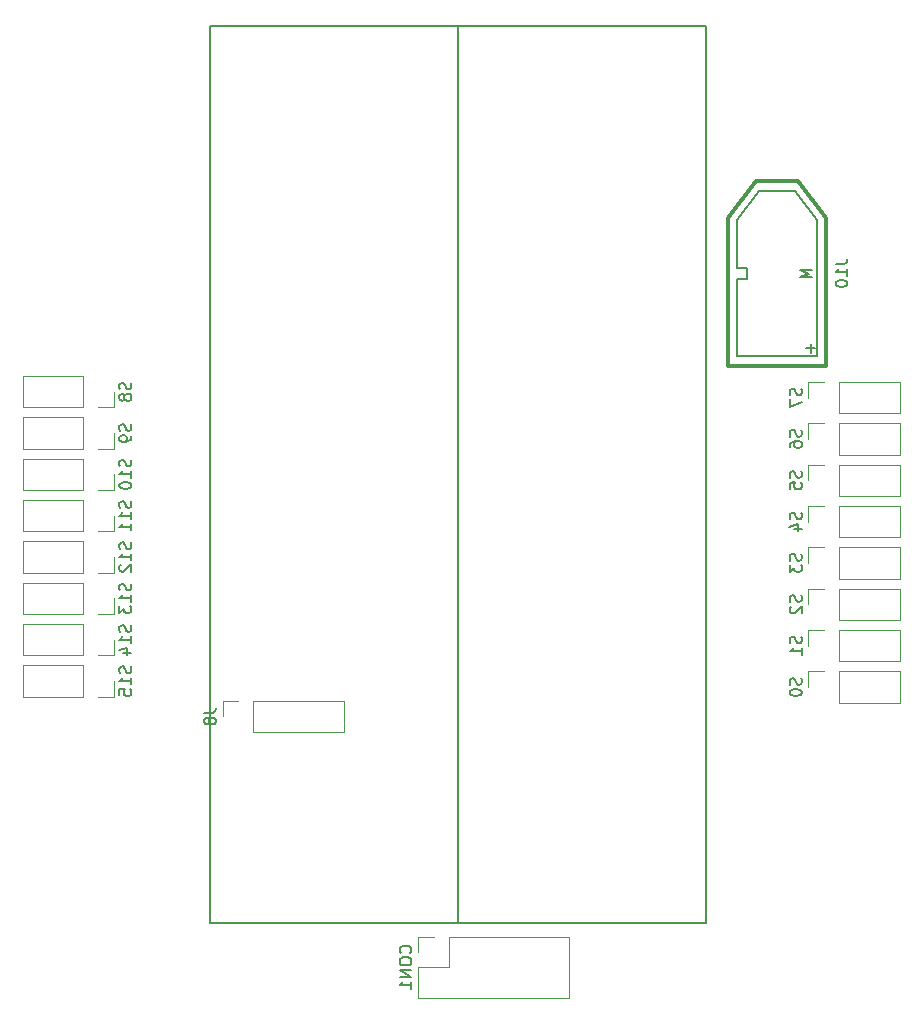
<source format=gbo>
G04 #@! TF.FileFunction,Legend,Bot*
%FSLAX46Y46*%
G04 Gerber Fmt 4.6, Leading zero omitted, Abs format (unit mm)*
G04 Created by KiCad (PCBNEW 4.0.7) date 02/07/18 14:45:59*
%MOMM*%
%LPD*%
G01*
G04 APERTURE LIST*
%ADD10C,0.100000*%
%ADD11C,0.200000*%
%ADD12C,0.120000*%
%ADD13C,0.300000*%
%ADD14C,0.150000*%
G04 APERTURE END LIST*
D10*
D11*
X179000000Y-96000000D02*
X179000000Y-20000000D01*
X221000000Y-96000000D02*
X179000000Y-96000000D01*
X200000000Y-20000000D02*
X200000000Y-96000000D01*
X221000000Y-20000000D02*
X221000000Y-96000000D01*
X179000000Y-20000000D02*
X221000000Y-20000000D01*
D12*
X163130000Y-76830000D02*
X163130000Y-74170000D01*
X168270000Y-76830000D02*
X163130000Y-76830000D01*
X168270000Y-74170000D02*
X163130000Y-74170000D01*
X168270000Y-76830000D02*
X168270000Y-74170000D01*
X169540000Y-76830000D02*
X170870000Y-76830000D01*
X170870000Y-76830000D02*
X170870000Y-75500000D01*
X190330000Y-77170000D02*
X190330000Y-79830000D01*
X182650000Y-77170000D02*
X190330000Y-77170000D01*
X182650000Y-79830000D02*
X190330000Y-79830000D01*
X182650000Y-77170000D02*
X182650000Y-79830000D01*
X181380000Y-77170000D02*
X180050000Y-77170000D01*
X180050000Y-77170000D02*
X180050000Y-78500000D01*
X209410000Y-97130000D02*
X209410000Y-102330000D01*
X199190000Y-97130000D02*
X209410000Y-97130000D01*
X196590000Y-102330000D02*
X209410000Y-102330000D01*
X199190000Y-97130000D02*
X199190000Y-99730000D01*
X199190000Y-99730000D02*
X196590000Y-99730000D01*
X196590000Y-99730000D02*
X196590000Y-102330000D01*
X197920000Y-97130000D02*
X196590000Y-97130000D01*
X196590000Y-97130000D02*
X196590000Y-98460000D01*
X237370000Y-60670000D02*
X237370000Y-63330000D01*
X232230000Y-60670000D02*
X237370000Y-60670000D01*
X232230000Y-63330000D02*
X237370000Y-63330000D01*
X232230000Y-60670000D02*
X232230000Y-63330000D01*
X230960000Y-60670000D02*
X229630000Y-60670000D01*
X229630000Y-60670000D02*
X229630000Y-62000000D01*
X237370000Y-67670000D02*
X237370000Y-70330000D01*
X232230000Y-67670000D02*
X237370000Y-67670000D01*
X232230000Y-70330000D02*
X237370000Y-70330000D01*
X232230000Y-67670000D02*
X232230000Y-70330000D01*
X230960000Y-67670000D02*
X229630000Y-67670000D01*
X229630000Y-67670000D02*
X229630000Y-69000000D01*
X237370000Y-64170000D02*
X237370000Y-66830000D01*
X232230000Y-64170000D02*
X237370000Y-64170000D01*
X232230000Y-66830000D02*
X237370000Y-66830000D01*
X232230000Y-64170000D02*
X232230000Y-66830000D01*
X230960000Y-64170000D02*
X229630000Y-64170000D01*
X229630000Y-64170000D02*
X229630000Y-65500000D01*
X237370000Y-71170000D02*
X237370000Y-73830000D01*
X232230000Y-71170000D02*
X237370000Y-71170000D01*
X232230000Y-73830000D02*
X237370000Y-73830000D01*
X232230000Y-71170000D02*
X232230000Y-73830000D01*
X230960000Y-71170000D02*
X229630000Y-71170000D01*
X229630000Y-71170000D02*
X229630000Y-72500000D01*
X237370000Y-57170000D02*
X237370000Y-59830000D01*
X232230000Y-57170000D02*
X237370000Y-57170000D01*
X232230000Y-59830000D02*
X237370000Y-59830000D01*
X232230000Y-57170000D02*
X232230000Y-59830000D01*
X230960000Y-57170000D02*
X229630000Y-57170000D01*
X229630000Y-57170000D02*
X229630000Y-58500000D01*
X237370000Y-74670000D02*
X237370000Y-77330000D01*
X232230000Y-74670000D02*
X237370000Y-74670000D01*
X232230000Y-77330000D02*
X237370000Y-77330000D01*
X232230000Y-74670000D02*
X232230000Y-77330000D01*
X230960000Y-74670000D02*
X229630000Y-74670000D01*
X229630000Y-74670000D02*
X229630000Y-76000000D01*
X237370000Y-53670000D02*
X237370000Y-56330000D01*
X232230000Y-53670000D02*
X237370000Y-53670000D01*
X232230000Y-56330000D02*
X237370000Y-56330000D01*
X232230000Y-53670000D02*
X232230000Y-56330000D01*
X230960000Y-53670000D02*
X229630000Y-53670000D01*
X229630000Y-53670000D02*
X229630000Y-55000000D01*
X237370000Y-50170000D02*
X237370000Y-52830000D01*
X232230000Y-50170000D02*
X237370000Y-50170000D01*
X232230000Y-52830000D02*
X237370000Y-52830000D01*
X232230000Y-50170000D02*
X232230000Y-52830000D01*
X230960000Y-50170000D02*
X229630000Y-50170000D01*
X229630000Y-50170000D02*
X229630000Y-51500000D01*
X163130000Y-73330000D02*
X163130000Y-70670000D01*
X168270000Y-73330000D02*
X163130000Y-73330000D01*
X168270000Y-70670000D02*
X163130000Y-70670000D01*
X168270000Y-73330000D02*
X168270000Y-70670000D01*
X169540000Y-73330000D02*
X170870000Y-73330000D01*
X170870000Y-73330000D02*
X170870000Y-72000000D01*
X163130000Y-69830000D02*
X163130000Y-67170000D01*
X168270000Y-69830000D02*
X163130000Y-69830000D01*
X168270000Y-67170000D02*
X163130000Y-67170000D01*
X168270000Y-69830000D02*
X168270000Y-67170000D01*
X169540000Y-69830000D02*
X170870000Y-69830000D01*
X170870000Y-69830000D02*
X170870000Y-68500000D01*
X163130000Y-66330000D02*
X163130000Y-63670000D01*
X168270000Y-66330000D02*
X163130000Y-66330000D01*
X168270000Y-63670000D02*
X163130000Y-63670000D01*
X168270000Y-66330000D02*
X168270000Y-63670000D01*
X169540000Y-66330000D02*
X170870000Y-66330000D01*
X170870000Y-66330000D02*
X170870000Y-65000000D01*
X163130000Y-62830000D02*
X163130000Y-60170000D01*
X168270000Y-62830000D02*
X163130000Y-62830000D01*
X168270000Y-60170000D02*
X163130000Y-60170000D01*
X168270000Y-62830000D02*
X168270000Y-60170000D01*
X169540000Y-62830000D02*
X170870000Y-62830000D01*
X170870000Y-62830000D02*
X170870000Y-61500000D01*
X163130000Y-59330000D02*
X163130000Y-56670000D01*
X168270000Y-59330000D02*
X163130000Y-59330000D01*
X168270000Y-56670000D02*
X163130000Y-56670000D01*
X168270000Y-59330000D02*
X168270000Y-56670000D01*
X169540000Y-59330000D02*
X170870000Y-59330000D01*
X170870000Y-59330000D02*
X170870000Y-58000000D01*
X163130000Y-55830000D02*
X163130000Y-53170000D01*
X168270000Y-55830000D02*
X163130000Y-55830000D01*
X168270000Y-53170000D02*
X163130000Y-53170000D01*
X168270000Y-55830000D02*
X168270000Y-53170000D01*
X169540000Y-55830000D02*
X170870000Y-55830000D01*
X170870000Y-55830000D02*
X170870000Y-54500000D01*
X163130000Y-52330000D02*
X163130000Y-49670000D01*
X168270000Y-52330000D02*
X163130000Y-52330000D01*
X168270000Y-49670000D02*
X163130000Y-49670000D01*
X168270000Y-52330000D02*
X168270000Y-49670000D01*
X169540000Y-52330000D02*
X170870000Y-52330000D01*
X170870000Y-52330000D02*
X170870000Y-51000000D01*
D11*
X223600000Y-40550000D02*
X223600000Y-36500000D01*
X224450000Y-41450000D02*
X223600000Y-41450000D01*
X224450000Y-40550000D02*
X223600000Y-40550000D01*
X224450000Y-41450000D02*
X224450000Y-40550000D01*
D13*
X231125000Y-48800000D02*
X231125000Y-36300000D01*
D11*
X230400000Y-48000000D02*
X230400000Y-36500000D01*
X228500000Y-34000000D02*
X225500000Y-34000000D01*
X230400000Y-36500000D02*
X228500000Y-34000000D01*
X223600000Y-36500000D02*
X225500000Y-34000000D01*
X223600000Y-48000000D02*
X223600000Y-41450000D01*
X230400000Y-48000000D02*
X223600000Y-48000000D01*
D13*
X222875000Y-36300000D02*
X225250000Y-33200000D01*
X228750000Y-33200000D02*
X225250000Y-33200000D01*
X231125000Y-36300000D02*
X228750000Y-33200000D01*
X231125000Y-48800000D02*
X222875000Y-48800000D01*
X222875000Y-48800000D02*
X222875000Y-36300000D01*
D14*
X172274762Y-74261905D02*
X172322381Y-74404762D01*
X172322381Y-74642858D01*
X172274762Y-74738096D01*
X172227143Y-74785715D01*
X172131905Y-74833334D01*
X172036667Y-74833334D01*
X171941429Y-74785715D01*
X171893810Y-74738096D01*
X171846190Y-74642858D01*
X171798571Y-74452381D01*
X171750952Y-74357143D01*
X171703333Y-74309524D01*
X171608095Y-74261905D01*
X171512857Y-74261905D01*
X171417619Y-74309524D01*
X171370000Y-74357143D01*
X171322381Y-74452381D01*
X171322381Y-74690477D01*
X171370000Y-74833334D01*
X172322381Y-75785715D02*
X172322381Y-75214286D01*
X172322381Y-75500000D02*
X171322381Y-75500000D01*
X171465238Y-75404762D01*
X171560476Y-75309524D01*
X171608095Y-75214286D01*
X171322381Y-76690477D02*
X171322381Y-76214286D01*
X171798571Y-76166667D01*
X171750952Y-76214286D01*
X171703333Y-76309524D01*
X171703333Y-76547620D01*
X171750952Y-76642858D01*
X171798571Y-76690477D01*
X171893810Y-76738096D01*
X172131905Y-76738096D01*
X172227143Y-76690477D01*
X172274762Y-76642858D01*
X172322381Y-76547620D01*
X172322381Y-76309524D01*
X172274762Y-76214286D01*
X172227143Y-76166667D01*
X178502381Y-78166667D02*
X179216667Y-78166667D01*
X179359524Y-78119047D01*
X179454762Y-78023809D01*
X179502381Y-77880952D01*
X179502381Y-77785714D01*
X178930952Y-78785714D02*
X178883333Y-78690476D01*
X178835714Y-78642857D01*
X178740476Y-78595238D01*
X178692857Y-78595238D01*
X178597619Y-78642857D01*
X178550000Y-78690476D01*
X178502381Y-78785714D01*
X178502381Y-78976191D01*
X178550000Y-79071429D01*
X178597619Y-79119048D01*
X178692857Y-79166667D01*
X178740476Y-79166667D01*
X178835714Y-79119048D01*
X178883333Y-79071429D01*
X178930952Y-78976191D01*
X178930952Y-78785714D01*
X178978571Y-78690476D01*
X179026190Y-78642857D01*
X179121429Y-78595238D01*
X179311905Y-78595238D01*
X179407143Y-78642857D01*
X179454762Y-78690476D01*
X179502381Y-78785714D01*
X179502381Y-78976191D01*
X179454762Y-79071429D01*
X179407143Y-79119048D01*
X179311905Y-79166667D01*
X179121429Y-79166667D01*
X179026190Y-79119048D01*
X178978571Y-79071429D01*
X178930952Y-78976191D01*
X195947143Y-98515715D02*
X195994762Y-98468096D01*
X196042381Y-98325239D01*
X196042381Y-98230001D01*
X195994762Y-98087143D01*
X195899524Y-97991905D01*
X195804286Y-97944286D01*
X195613810Y-97896667D01*
X195470952Y-97896667D01*
X195280476Y-97944286D01*
X195185238Y-97991905D01*
X195090000Y-98087143D01*
X195042381Y-98230001D01*
X195042381Y-98325239D01*
X195090000Y-98468096D01*
X195137619Y-98515715D01*
X195042381Y-99134762D02*
X195042381Y-99325239D01*
X195090000Y-99420477D01*
X195185238Y-99515715D01*
X195375714Y-99563334D01*
X195709048Y-99563334D01*
X195899524Y-99515715D01*
X195994762Y-99420477D01*
X196042381Y-99325239D01*
X196042381Y-99134762D01*
X195994762Y-99039524D01*
X195899524Y-98944286D01*
X195709048Y-98896667D01*
X195375714Y-98896667D01*
X195185238Y-98944286D01*
X195090000Y-99039524D01*
X195042381Y-99134762D01*
X196042381Y-99991905D02*
X195042381Y-99991905D01*
X196042381Y-100563334D01*
X195042381Y-100563334D01*
X196042381Y-101563334D02*
X196042381Y-100991905D01*
X196042381Y-101277619D02*
X195042381Y-101277619D01*
X195185238Y-101182381D01*
X195280476Y-101087143D01*
X195328095Y-100991905D01*
X229034762Y-61238095D02*
X229082381Y-61380952D01*
X229082381Y-61619048D01*
X229034762Y-61714286D01*
X228987143Y-61761905D01*
X228891905Y-61809524D01*
X228796667Y-61809524D01*
X228701429Y-61761905D01*
X228653810Y-61714286D01*
X228606190Y-61619048D01*
X228558571Y-61428571D01*
X228510952Y-61333333D01*
X228463333Y-61285714D01*
X228368095Y-61238095D01*
X228272857Y-61238095D01*
X228177619Y-61285714D01*
X228130000Y-61333333D01*
X228082381Y-61428571D01*
X228082381Y-61666667D01*
X228130000Y-61809524D01*
X228415714Y-62666667D02*
X229082381Y-62666667D01*
X228034762Y-62428571D02*
X228749048Y-62190476D01*
X228749048Y-62809524D01*
X229034762Y-68238095D02*
X229082381Y-68380952D01*
X229082381Y-68619048D01*
X229034762Y-68714286D01*
X228987143Y-68761905D01*
X228891905Y-68809524D01*
X228796667Y-68809524D01*
X228701429Y-68761905D01*
X228653810Y-68714286D01*
X228606190Y-68619048D01*
X228558571Y-68428571D01*
X228510952Y-68333333D01*
X228463333Y-68285714D01*
X228368095Y-68238095D01*
X228272857Y-68238095D01*
X228177619Y-68285714D01*
X228130000Y-68333333D01*
X228082381Y-68428571D01*
X228082381Y-68666667D01*
X228130000Y-68809524D01*
X228177619Y-69190476D02*
X228130000Y-69238095D01*
X228082381Y-69333333D01*
X228082381Y-69571429D01*
X228130000Y-69666667D01*
X228177619Y-69714286D01*
X228272857Y-69761905D01*
X228368095Y-69761905D01*
X228510952Y-69714286D01*
X229082381Y-69142857D01*
X229082381Y-69761905D01*
X229034762Y-64738095D02*
X229082381Y-64880952D01*
X229082381Y-65119048D01*
X229034762Y-65214286D01*
X228987143Y-65261905D01*
X228891905Y-65309524D01*
X228796667Y-65309524D01*
X228701429Y-65261905D01*
X228653810Y-65214286D01*
X228606190Y-65119048D01*
X228558571Y-64928571D01*
X228510952Y-64833333D01*
X228463333Y-64785714D01*
X228368095Y-64738095D01*
X228272857Y-64738095D01*
X228177619Y-64785714D01*
X228130000Y-64833333D01*
X228082381Y-64928571D01*
X228082381Y-65166667D01*
X228130000Y-65309524D01*
X228082381Y-65642857D02*
X228082381Y-66261905D01*
X228463333Y-65928571D01*
X228463333Y-66071429D01*
X228510952Y-66166667D01*
X228558571Y-66214286D01*
X228653810Y-66261905D01*
X228891905Y-66261905D01*
X228987143Y-66214286D01*
X229034762Y-66166667D01*
X229082381Y-66071429D01*
X229082381Y-65785714D01*
X229034762Y-65690476D01*
X228987143Y-65642857D01*
X229034762Y-71738095D02*
X229082381Y-71880952D01*
X229082381Y-72119048D01*
X229034762Y-72214286D01*
X228987143Y-72261905D01*
X228891905Y-72309524D01*
X228796667Y-72309524D01*
X228701429Y-72261905D01*
X228653810Y-72214286D01*
X228606190Y-72119048D01*
X228558571Y-71928571D01*
X228510952Y-71833333D01*
X228463333Y-71785714D01*
X228368095Y-71738095D01*
X228272857Y-71738095D01*
X228177619Y-71785714D01*
X228130000Y-71833333D01*
X228082381Y-71928571D01*
X228082381Y-72166667D01*
X228130000Y-72309524D01*
X229082381Y-73261905D02*
X229082381Y-72690476D01*
X229082381Y-72976190D02*
X228082381Y-72976190D01*
X228225238Y-72880952D01*
X228320476Y-72785714D01*
X228368095Y-72690476D01*
X229034762Y-57738095D02*
X229082381Y-57880952D01*
X229082381Y-58119048D01*
X229034762Y-58214286D01*
X228987143Y-58261905D01*
X228891905Y-58309524D01*
X228796667Y-58309524D01*
X228701429Y-58261905D01*
X228653810Y-58214286D01*
X228606190Y-58119048D01*
X228558571Y-57928571D01*
X228510952Y-57833333D01*
X228463333Y-57785714D01*
X228368095Y-57738095D01*
X228272857Y-57738095D01*
X228177619Y-57785714D01*
X228130000Y-57833333D01*
X228082381Y-57928571D01*
X228082381Y-58166667D01*
X228130000Y-58309524D01*
X228082381Y-59214286D02*
X228082381Y-58738095D01*
X228558571Y-58690476D01*
X228510952Y-58738095D01*
X228463333Y-58833333D01*
X228463333Y-59071429D01*
X228510952Y-59166667D01*
X228558571Y-59214286D01*
X228653810Y-59261905D01*
X228891905Y-59261905D01*
X228987143Y-59214286D01*
X229034762Y-59166667D01*
X229082381Y-59071429D01*
X229082381Y-58833333D01*
X229034762Y-58738095D01*
X228987143Y-58690476D01*
X229034762Y-75238095D02*
X229082381Y-75380952D01*
X229082381Y-75619048D01*
X229034762Y-75714286D01*
X228987143Y-75761905D01*
X228891905Y-75809524D01*
X228796667Y-75809524D01*
X228701429Y-75761905D01*
X228653810Y-75714286D01*
X228606190Y-75619048D01*
X228558571Y-75428571D01*
X228510952Y-75333333D01*
X228463333Y-75285714D01*
X228368095Y-75238095D01*
X228272857Y-75238095D01*
X228177619Y-75285714D01*
X228130000Y-75333333D01*
X228082381Y-75428571D01*
X228082381Y-75666667D01*
X228130000Y-75809524D01*
X228082381Y-76428571D02*
X228082381Y-76523810D01*
X228130000Y-76619048D01*
X228177619Y-76666667D01*
X228272857Y-76714286D01*
X228463333Y-76761905D01*
X228701429Y-76761905D01*
X228891905Y-76714286D01*
X228987143Y-76666667D01*
X229034762Y-76619048D01*
X229082381Y-76523810D01*
X229082381Y-76428571D01*
X229034762Y-76333333D01*
X228987143Y-76285714D01*
X228891905Y-76238095D01*
X228701429Y-76190476D01*
X228463333Y-76190476D01*
X228272857Y-76238095D01*
X228177619Y-76285714D01*
X228130000Y-76333333D01*
X228082381Y-76428571D01*
X229034762Y-54238095D02*
X229082381Y-54380952D01*
X229082381Y-54619048D01*
X229034762Y-54714286D01*
X228987143Y-54761905D01*
X228891905Y-54809524D01*
X228796667Y-54809524D01*
X228701429Y-54761905D01*
X228653810Y-54714286D01*
X228606190Y-54619048D01*
X228558571Y-54428571D01*
X228510952Y-54333333D01*
X228463333Y-54285714D01*
X228368095Y-54238095D01*
X228272857Y-54238095D01*
X228177619Y-54285714D01*
X228130000Y-54333333D01*
X228082381Y-54428571D01*
X228082381Y-54666667D01*
X228130000Y-54809524D01*
X228082381Y-55666667D02*
X228082381Y-55476190D01*
X228130000Y-55380952D01*
X228177619Y-55333333D01*
X228320476Y-55238095D01*
X228510952Y-55190476D01*
X228891905Y-55190476D01*
X228987143Y-55238095D01*
X229034762Y-55285714D01*
X229082381Y-55380952D01*
X229082381Y-55571429D01*
X229034762Y-55666667D01*
X228987143Y-55714286D01*
X228891905Y-55761905D01*
X228653810Y-55761905D01*
X228558571Y-55714286D01*
X228510952Y-55666667D01*
X228463333Y-55571429D01*
X228463333Y-55380952D01*
X228510952Y-55285714D01*
X228558571Y-55238095D01*
X228653810Y-55190476D01*
X229034762Y-50738095D02*
X229082381Y-50880952D01*
X229082381Y-51119048D01*
X229034762Y-51214286D01*
X228987143Y-51261905D01*
X228891905Y-51309524D01*
X228796667Y-51309524D01*
X228701429Y-51261905D01*
X228653810Y-51214286D01*
X228606190Y-51119048D01*
X228558571Y-50928571D01*
X228510952Y-50833333D01*
X228463333Y-50785714D01*
X228368095Y-50738095D01*
X228272857Y-50738095D01*
X228177619Y-50785714D01*
X228130000Y-50833333D01*
X228082381Y-50928571D01*
X228082381Y-51166667D01*
X228130000Y-51309524D01*
X228082381Y-51642857D02*
X228082381Y-52309524D01*
X229082381Y-51880952D01*
X172274762Y-70761905D02*
X172322381Y-70904762D01*
X172322381Y-71142858D01*
X172274762Y-71238096D01*
X172227143Y-71285715D01*
X172131905Y-71333334D01*
X172036667Y-71333334D01*
X171941429Y-71285715D01*
X171893810Y-71238096D01*
X171846190Y-71142858D01*
X171798571Y-70952381D01*
X171750952Y-70857143D01*
X171703333Y-70809524D01*
X171608095Y-70761905D01*
X171512857Y-70761905D01*
X171417619Y-70809524D01*
X171370000Y-70857143D01*
X171322381Y-70952381D01*
X171322381Y-71190477D01*
X171370000Y-71333334D01*
X172322381Y-72285715D02*
X172322381Y-71714286D01*
X172322381Y-72000000D02*
X171322381Y-72000000D01*
X171465238Y-71904762D01*
X171560476Y-71809524D01*
X171608095Y-71714286D01*
X171655714Y-73142858D02*
X172322381Y-73142858D01*
X171274762Y-72904762D02*
X171989048Y-72666667D01*
X171989048Y-73285715D01*
X172274762Y-67261905D02*
X172322381Y-67404762D01*
X172322381Y-67642858D01*
X172274762Y-67738096D01*
X172227143Y-67785715D01*
X172131905Y-67833334D01*
X172036667Y-67833334D01*
X171941429Y-67785715D01*
X171893810Y-67738096D01*
X171846190Y-67642858D01*
X171798571Y-67452381D01*
X171750952Y-67357143D01*
X171703333Y-67309524D01*
X171608095Y-67261905D01*
X171512857Y-67261905D01*
X171417619Y-67309524D01*
X171370000Y-67357143D01*
X171322381Y-67452381D01*
X171322381Y-67690477D01*
X171370000Y-67833334D01*
X172322381Y-68785715D02*
X172322381Y-68214286D01*
X172322381Y-68500000D02*
X171322381Y-68500000D01*
X171465238Y-68404762D01*
X171560476Y-68309524D01*
X171608095Y-68214286D01*
X171322381Y-69119048D02*
X171322381Y-69738096D01*
X171703333Y-69404762D01*
X171703333Y-69547620D01*
X171750952Y-69642858D01*
X171798571Y-69690477D01*
X171893810Y-69738096D01*
X172131905Y-69738096D01*
X172227143Y-69690477D01*
X172274762Y-69642858D01*
X172322381Y-69547620D01*
X172322381Y-69261905D01*
X172274762Y-69166667D01*
X172227143Y-69119048D01*
X172274762Y-63761905D02*
X172322381Y-63904762D01*
X172322381Y-64142858D01*
X172274762Y-64238096D01*
X172227143Y-64285715D01*
X172131905Y-64333334D01*
X172036667Y-64333334D01*
X171941429Y-64285715D01*
X171893810Y-64238096D01*
X171846190Y-64142858D01*
X171798571Y-63952381D01*
X171750952Y-63857143D01*
X171703333Y-63809524D01*
X171608095Y-63761905D01*
X171512857Y-63761905D01*
X171417619Y-63809524D01*
X171370000Y-63857143D01*
X171322381Y-63952381D01*
X171322381Y-64190477D01*
X171370000Y-64333334D01*
X172322381Y-65285715D02*
X172322381Y-64714286D01*
X172322381Y-65000000D02*
X171322381Y-65000000D01*
X171465238Y-64904762D01*
X171560476Y-64809524D01*
X171608095Y-64714286D01*
X171417619Y-65666667D02*
X171370000Y-65714286D01*
X171322381Y-65809524D01*
X171322381Y-66047620D01*
X171370000Y-66142858D01*
X171417619Y-66190477D01*
X171512857Y-66238096D01*
X171608095Y-66238096D01*
X171750952Y-66190477D01*
X172322381Y-65619048D01*
X172322381Y-66238096D01*
X172274762Y-60261905D02*
X172322381Y-60404762D01*
X172322381Y-60642858D01*
X172274762Y-60738096D01*
X172227143Y-60785715D01*
X172131905Y-60833334D01*
X172036667Y-60833334D01*
X171941429Y-60785715D01*
X171893810Y-60738096D01*
X171846190Y-60642858D01*
X171798571Y-60452381D01*
X171750952Y-60357143D01*
X171703333Y-60309524D01*
X171608095Y-60261905D01*
X171512857Y-60261905D01*
X171417619Y-60309524D01*
X171370000Y-60357143D01*
X171322381Y-60452381D01*
X171322381Y-60690477D01*
X171370000Y-60833334D01*
X172322381Y-61785715D02*
X172322381Y-61214286D01*
X172322381Y-61500000D02*
X171322381Y-61500000D01*
X171465238Y-61404762D01*
X171560476Y-61309524D01*
X171608095Y-61214286D01*
X172322381Y-62738096D02*
X172322381Y-62166667D01*
X172322381Y-62452381D02*
X171322381Y-62452381D01*
X171465238Y-62357143D01*
X171560476Y-62261905D01*
X171608095Y-62166667D01*
X172274762Y-56761905D02*
X172322381Y-56904762D01*
X172322381Y-57142858D01*
X172274762Y-57238096D01*
X172227143Y-57285715D01*
X172131905Y-57333334D01*
X172036667Y-57333334D01*
X171941429Y-57285715D01*
X171893810Y-57238096D01*
X171846190Y-57142858D01*
X171798571Y-56952381D01*
X171750952Y-56857143D01*
X171703333Y-56809524D01*
X171608095Y-56761905D01*
X171512857Y-56761905D01*
X171417619Y-56809524D01*
X171370000Y-56857143D01*
X171322381Y-56952381D01*
X171322381Y-57190477D01*
X171370000Y-57333334D01*
X172322381Y-58285715D02*
X172322381Y-57714286D01*
X172322381Y-58000000D02*
X171322381Y-58000000D01*
X171465238Y-57904762D01*
X171560476Y-57809524D01*
X171608095Y-57714286D01*
X171322381Y-58904762D02*
X171322381Y-59000001D01*
X171370000Y-59095239D01*
X171417619Y-59142858D01*
X171512857Y-59190477D01*
X171703333Y-59238096D01*
X171941429Y-59238096D01*
X172131905Y-59190477D01*
X172227143Y-59142858D01*
X172274762Y-59095239D01*
X172322381Y-59000001D01*
X172322381Y-58904762D01*
X172274762Y-58809524D01*
X172227143Y-58761905D01*
X172131905Y-58714286D01*
X171941429Y-58666667D01*
X171703333Y-58666667D01*
X171512857Y-58714286D01*
X171417619Y-58761905D01*
X171370000Y-58809524D01*
X171322381Y-58904762D01*
X172274762Y-53738095D02*
X172322381Y-53880952D01*
X172322381Y-54119048D01*
X172274762Y-54214286D01*
X172227143Y-54261905D01*
X172131905Y-54309524D01*
X172036667Y-54309524D01*
X171941429Y-54261905D01*
X171893810Y-54214286D01*
X171846190Y-54119048D01*
X171798571Y-53928571D01*
X171750952Y-53833333D01*
X171703333Y-53785714D01*
X171608095Y-53738095D01*
X171512857Y-53738095D01*
X171417619Y-53785714D01*
X171370000Y-53833333D01*
X171322381Y-53928571D01*
X171322381Y-54166667D01*
X171370000Y-54309524D01*
X172322381Y-54785714D02*
X172322381Y-54976190D01*
X172274762Y-55071429D01*
X172227143Y-55119048D01*
X172084286Y-55214286D01*
X171893810Y-55261905D01*
X171512857Y-55261905D01*
X171417619Y-55214286D01*
X171370000Y-55166667D01*
X171322381Y-55071429D01*
X171322381Y-54880952D01*
X171370000Y-54785714D01*
X171417619Y-54738095D01*
X171512857Y-54690476D01*
X171750952Y-54690476D01*
X171846190Y-54738095D01*
X171893810Y-54785714D01*
X171941429Y-54880952D01*
X171941429Y-55071429D01*
X171893810Y-55166667D01*
X171846190Y-55214286D01*
X171750952Y-55261905D01*
X172274762Y-50238095D02*
X172322381Y-50380952D01*
X172322381Y-50619048D01*
X172274762Y-50714286D01*
X172227143Y-50761905D01*
X172131905Y-50809524D01*
X172036667Y-50809524D01*
X171941429Y-50761905D01*
X171893810Y-50714286D01*
X171846190Y-50619048D01*
X171798571Y-50428571D01*
X171750952Y-50333333D01*
X171703333Y-50285714D01*
X171608095Y-50238095D01*
X171512857Y-50238095D01*
X171417619Y-50285714D01*
X171370000Y-50333333D01*
X171322381Y-50428571D01*
X171322381Y-50666667D01*
X171370000Y-50809524D01*
X171750952Y-51380952D02*
X171703333Y-51285714D01*
X171655714Y-51238095D01*
X171560476Y-51190476D01*
X171512857Y-51190476D01*
X171417619Y-51238095D01*
X171370000Y-51285714D01*
X171322381Y-51380952D01*
X171322381Y-51571429D01*
X171370000Y-51666667D01*
X171417619Y-51714286D01*
X171512857Y-51761905D01*
X171560476Y-51761905D01*
X171655714Y-51714286D01*
X171703333Y-51666667D01*
X171750952Y-51571429D01*
X171750952Y-51380952D01*
X171798571Y-51285714D01*
X171846190Y-51238095D01*
X171941429Y-51190476D01*
X172131905Y-51190476D01*
X172227143Y-51238095D01*
X172274762Y-51285714D01*
X172322381Y-51380952D01*
X172322381Y-51571429D01*
X172274762Y-51666667D01*
X172227143Y-51714286D01*
X172131905Y-51761905D01*
X171941429Y-51761905D01*
X171846190Y-51714286D01*
X171798571Y-51666667D01*
X171750952Y-51571429D01*
D11*
X231952381Y-40190477D02*
X232666667Y-40190477D01*
X232809524Y-40142857D01*
X232904762Y-40047619D01*
X232952381Y-39904762D01*
X232952381Y-39809524D01*
X232952381Y-41190477D02*
X232952381Y-40619048D01*
X232952381Y-40904762D02*
X231952381Y-40904762D01*
X232095238Y-40809524D01*
X232190476Y-40714286D01*
X232238095Y-40619048D01*
X231952381Y-41809524D02*
X231952381Y-41904763D01*
X232000000Y-42000001D01*
X232047619Y-42047620D01*
X232142857Y-42095239D01*
X232333333Y-42142858D01*
X232571429Y-42142858D01*
X232761905Y-42095239D01*
X232857143Y-42047620D01*
X232904762Y-42000001D01*
X232952381Y-41904763D01*
X232952381Y-41809524D01*
X232904762Y-41714286D01*
X232857143Y-41666667D01*
X232761905Y-41619048D01*
X232571429Y-41571429D01*
X232333333Y-41571429D01*
X232142857Y-41619048D01*
X232047619Y-41666667D01*
X232000000Y-41714286D01*
X231952381Y-41809524D01*
X229952381Y-40666667D02*
X228952381Y-40666667D01*
X229666667Y-41000001D01*
X228952381Y-41333334D01*
X229952381Y-41333334D01*
X229861429Y-46939048D02*
X229861429Y-47700953D01*
X230242381Y-47320001D02*
X229480476Y-47320001D01*
M02*

</source>
